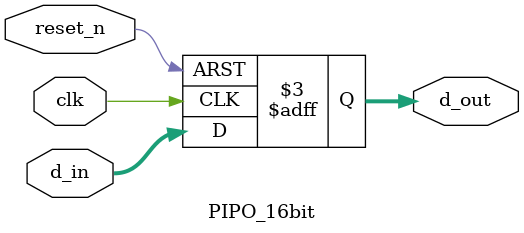
<source format=v>
`timescale 1ns / 1ps

`define INCLUDE_RST
module PIPO_16bit(
    input clk,
    input [15:0] d_in,
    `ifdef INCLUDE_RST
        input reset_n,
    `endif
    output reg [15:0] d_out
    );
    
always @ (posedge clk, negedge reset_n)
begin
    `ifdef INCLUDE_RST
        if(!reset_n)
            d_out <= 8'b0;
        else
     `endif
        d_out <= d_in;
end
endmodule   
    

</source>
